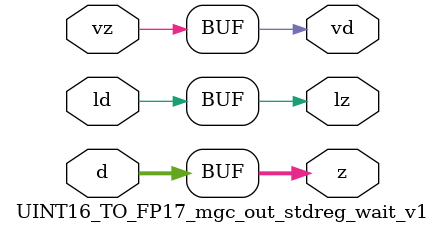
<source format=v>
module UINT16_TO_FP17_mgc_out_stdreg_wait_v1 (ld, vd, d, lz, vz, z);
  parameter integer rscid = 1;
  parameter integer width = 8;
  input ld;
  output vd;
  input [width-1:0] d;
  output lz;
  input vz;
  output [width-1:0] z;
  wire vd;
  wire lz;
  wire [width-1:0] z;
  assign z = d;
  assign lz = ld;
  assign vd = vz;
endmodule
</source>
